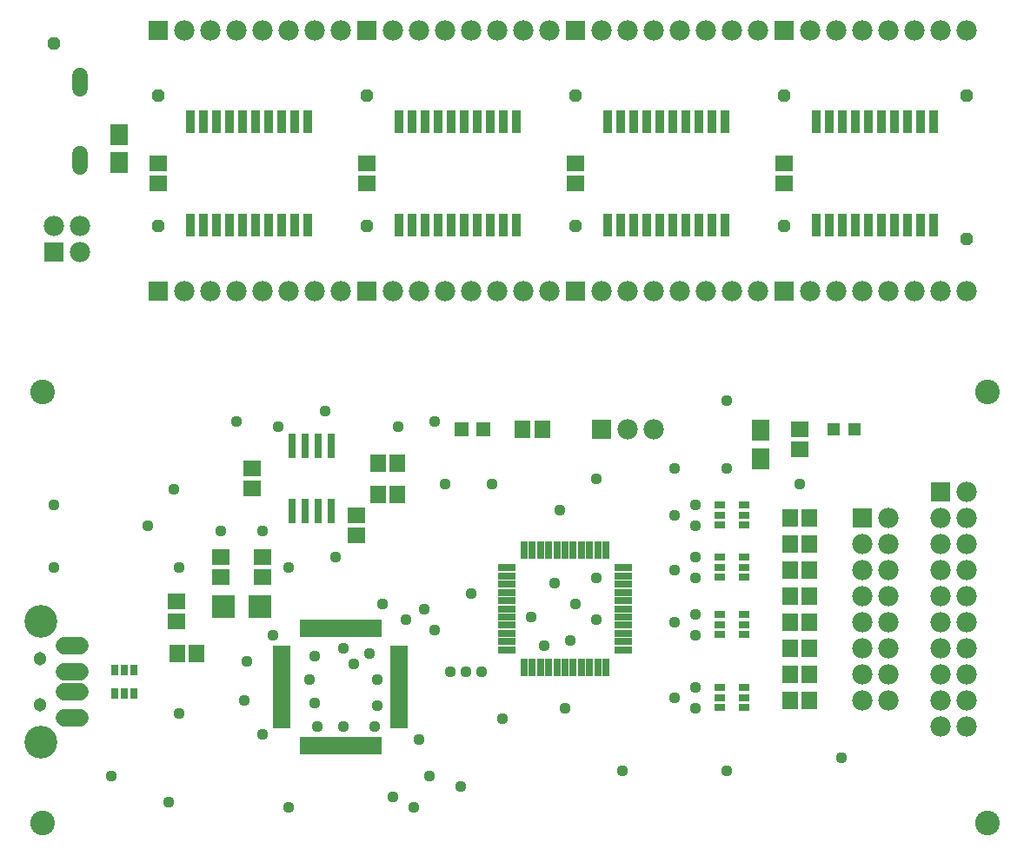
<source format=gts>
G75*
%MOIN*%
%OFA0B0*%
%FSLAX25Y25*%
%IPPOS*%
%LPD*%
%AMOC8*
5,1,8,0,0,1.08239X$1,22.5*
%
%ADD10R,0.06706X0.05918*%
%ADD11C,0.06737*%
%ADD12C,0.12611*%
%ADD13C,0.05131*%
%ADD14R,0.07800X0.07800*%
%ADD15C,0.07800*%
%ADD16R,0.05524X0.05524*%
%ADD17R,0.05918X0.06706*%
%ADD18R,0.02769X0.09461*%
%ADD19R,0.06600X0.01900*%
%ADD20R,0.01900X0.06600*%
%ADD21R,0.06706X0.02769*%
%ADD22R,0.02769X0.06706*%
%ADD23R,0.08674X0.08674*%
%ADD24R,0.06706X0.08477*%
%ADD25R,0.04737X0.04737*%
%ADD26R,0.03162X0.04343*%
%ADD27C,0.09461*%
%ADD28R,0.04343X0.03162*%
%ADD29R,0.03400X0.08800*%
%ADD30C,0.06000*%
%ADD31C,0.04369*%
%ADD32OC8,0.04762*%
D10*
X0123479Y0098260D03*
X0123479Y0105740D03*
X0140479Y0115260D03*
X0140479Y0122740D03*
X0156479Y0122740D03*
X0156479Y0115260D03*
X0192479Y0131260D03*
X0192479Y0138740D03*
X0152479Y0149260D03*
X0152479Y0156740D03*
X0116479Y0266260D03*
X0116479Y0273740D03*
X0196479Y0273740D03*
X0196479Y0266260D03*
X0276479Y0266260D03*
X0276479Y0273740D03*
X0356479Y0273740D03*
X0356479Y0266260D03*
X0362479Y0171740D03*
X0362479Y0164260D03*
D11*
X0086471Y0088780D02*
X0080534Y0088780D01*
X0080534Y0078937D02*
X0086471Y0078937D01*
X0086471Y0071063D02*
X0080534Y0071063D01*
X0080534Y0061220D02*
X0086471Y0061220D01*
D12*
X0071479Y0051969D03*
X0071479Y0098031D03*
D13*
X0071085Y0083858D03*
X0071085Y0066142D03*
D14*
X0116479Y0225000D03*
X0076479Y0240000D03*
X0116479Y0325000D03*
X0196479Y0325000D03*
X0276479Y0325000D03*
X0356479Y0325000D03*
X0356479Y0225000D03*
X0286479Y0172000D03*
X0276479Y0225000D03*
X0196479Y0225000D03*
X0386479Y0138000D03*
X0416479Y0148000D03*
D15*
X0426479Y0148000D03*
X0426479Y0138000D03*
X0426479Y0128000D03*
X0416479Y0128000D03*
X0416479Y0138000D03*
X0396479Y0138000D03*
X0396479Y0128000D03*
X0386479Y0128000D03*
X0386479Y0118000D03*
X0396479Y0118000D03*
X0396479Y0108000D03*
X0386479Y0108000D03*
X0386479Y0098000D03*
X0396479Y0098000D03*
X0396479Y0088000D03*
X0386479Y0088000D03*
X0386479Y0078000D03*
X0396479Y0078000D03*
X0396479Y0068000D03*
X0386479Y0068000D03*
X0416479Y0068000D03*
X0426479Y0068000D03*
X0426479Y0078000D03*
X0416479Y0078000D03*
X0416479Y0088000D03*
X0426479Y0088000D03*
X0426479Y0098000D03*
X0416479Y0098000D03*
X0416479Y0108000D03*
X0426479Y0108000D03*
X0426479Y0118000D03*
X0416479Y0118000D03*
X0416479Y0058000D03*
X0426479Y0058000D03*
X0306479Y0172000D03*
X0296479Y0172000D03*
X0296479Y0225000D03*
X0286479Y0225000D03*
X0306479Y0225000D03*
X0316479Y0225000D03*
X0326479Y0225000D03*
X0336479Y0225000D03*
X0346479Y0225000D03*
X0366479Y0225000D03*
X0376479Y0225000D03*
X0386479Y0225000D03*
X0396479Y0225000D03*
X0406479Y0225000D03*
X0416479Y0225000D03*
X0426479Y0225000D03*
X0426479Y0325000D03*
X0416479Y0325000D03*
X0406479Y0325000D03*
X0396479Y0325000D03*
X0386479Y0325000D03*
X0376479Y0325000D03*
X0366479Y0325000D03*
X0346479Y0325000D03*
X0336479Y0325000D03*
X0326479Y0325000D03*
X0316479Y0325000D03*
X0306479Y0325000D03*
X0296479Y0325000D03*
X0286479Y0325000D03*
X0266479Y0325000D03*
X0256479Y0325000D03*
X0246479Y0325000D03*
X0236479Y0325000D03*
X0226479Y0325000D03*
X0216479Y0325000D03*
X0206479Y0325000D03*
X0186479Y0325000D03*
X0176479Y0325000D03*
X0166479Y0325000D03*
X0156479Y0325000D03*
X0146479Y0325000D03*
X0136479Y0325000D03*
X0126479Y0325000D03*
X0086479Y0250000D03*
X0086479Y0240000D03*
X0076479Y0250000D03*
X0126479Y0225000D03*
X0136479Y0225000D03*
X0146479Y0225000D03*
X0156479Y0225000D03*
X0166479Y0225000D03*
X0176479Y0225000D03*
X0186479Y0225000D03*
X0206479Y0225000D03*
X0216479Y0225000D03*
X0226479Y0225000D03*
X0236479Y0225000D03*
X0246479Y0225000D03*
X0256479Y0225000D03*
X0266479Y0225000D03*
D16*
X0241113Y0172000D03*
X0232845Y0172000D03*
D17*
X0256239Y0172000D03*
X0263719Y0172000D03*
X0208219Y0159000D03*
X0200739Y0159000D03*
X0200739Y0147000D03*
X0208219Y0147000D03*
X0131219Y0086000D03*
X0123739Y0086000D03*
X0358739Y0088000D03*
X0366219Y0088000D03*
X0366219Y0098000D03*
X0358739Y0098000D03*
X0358739Y0108000D03*
X0366219Y0108000D03*
X0366219Y0118000D03*
X0358739Y0118000D03*
X0358739Y0128000D03*
X0366219Y0128000D03*
X0366219Y0138000D03*
X0358739Y0138000D03*
X0358739Y0078000D03*
X0366219Y0078000D03*
X0366219Y0068000D03*
X0358739Y0068000D03*
D18*
X0182939Y0140583D03*
X0177939Y0140583D03*
X0172939Y0140583D03*
X0167979Y0140583D03*
X0167979Y0165417D03*
X0172979Y0165417D03*
X0177979Y0165417D03*
X0182979Y0165417D03*
D19*
X0163979Y0087800D03*
X0163979Y0085800D03*
X0163979Y0083800D03*
X0163979Y0081900D03*
X0163979Y0079900D03*
X0163979Y0077900D03*
X0163979Y0076000D03*
X0163979Y0074000D03*
X0163979Y0072000D03*
X0163979Y0070000D03*
X0163979Y0068100D03*
X0163979Y0066100D03*
X0163979Y0064100D03*
X0163979Y0062200D03*
X0163979Y0060200D03*
X0163979Y0058200D03*
X0208979Y0058200D03*
X0208979Y0060200D03*
X0208979Y0062200D03*
X0208979Y0064100D03*
X0208979Y0066100D03*
X0208979Y0068100D03*
X0208979Y0070000D03*
X0208979Y0072000D03*
X0208979Y0074000D03*
X0208979Y0076000D03*
X0208979Y0077900D03*
X0208979Y0079900D03*
X0208979Y0081900D03*
X0208979Y0083800D03*
X0208979Y0085800D03*
X0208979Y0087800D03*
D20*
X0201279Y0095500D03*
X0199279Y0095500D03*
X0197279Y0095500D03*
X0195379Y0095500D03*
X0193379Y0095500D03*
X0191379Y0095500D03*
X0189479Y0095500D03*
X0187479Y0095500D03*
X0185479Y0095500D03*
X0183479Y0095500D03*
X0181579Y0095500D03*
X0179579Y0095500D03*
X0177579Y0095500D03*
X0175679Y0095500D03*
X0173679Y0095500D03*
X0171679Y0095500D03*
X0171679Y0050500D03*
X0173679Y0050500D03*
X0175679Y0050500D03*
X0177579Y0050500D03*
X0179579Y0050500D03*
X0181579Y0050500D03*
X0183479Y0050500D03*
X0185479Y0050500D03*
X0187479Y0050500D03*
X0189479Y0050500D03*
X0191379Y0050500D03*
X0193379Y0050500D03*
X0195379Y0050500D03*
X0197279Y0050500D03*
X0199279Y0050500D03*
X0201279Y0050500D03*
D21*
X0250038Y0087252D03*
X0250038Y0090402D03*
X0250038Y0093551D03*
X0250038Y0096701D03*
X0250038Y0099850D03*
X0250038Y0103000D03*
X0250038Y0106150D03*
X0250038Y0109299D03*
X0250038Y0112449D03*
X0250038Y0115598D03*
X0250038Y0118748D03*
X0294920Y0118748D03*
X0294920Y0115598D03*
X0294920Y0112449D03*
X0294920Y0109299D03*
X0294920Y0106150D03*
X0294920Y0103000D03*
X0294920Y0099850D03*
X0294920Y0096701D03*
X0294920Y0093551D03*
X0294920Y0090402D03*
X0294920Y0087252D03*
D22*
X0288227Y0080559D03*
X0285077Y0080559D03*
X0281928Y0080559D03*
X0278778Y0080559D03*
X0275628Y0080559D03*
X0272479Y0080559D03*
X0269329Y0080559D03*
X0266180Y0080559D03*
X0263030Y0080559D03*
X0259880Y0080559D03*
X0256731Y0080559D03*
X0256731Y0125441D03*
X0259880Y0125441D03*
X0263030Y0125441D03*
X0266180Y0125441D03*
X0269329Y0125441D03*
X0272479Y0125441D03*
X0275628Y0125441D03*
X0278778Y0125441D03*
X0281928Y0125441D03*
X0285077Y0125441D03*
X0288227Y0125441D03*
D23*
X0155565Y0104000D03*
X0141392Y0104000D03*
D24*
X0347479Y0160587D03*
X0347479Y0171413D03*
X0101479Y0274087D03*
X0101479Y0284913D03*
D25*
X0375542Y0172000D03*
X0383416Y0172000D03*
D26*
X0107219Y0079528D03*
X0103479Y0079528D03*
X0099739Y0079528D03*
X0099739Y0070472D03*
X0103479Y0070472D03*
X0107219Y0070472D03*
D27*
X0072227Y0020748D03*
X0072227Y0186102D03*
X0434431Y0186102D03*
X0434431Y0020748D03*
D28*
X0341006Y0065260D03*
X0341006Y0069000D03*
X0341006Y0072740D03*
X0331951Y0072740D03*
X0331951Y0069000D03*
X0331951Y0065260D03*
X0331951Y0093260D03*
X0331951Y0097000D03*
X0331951Y0100740D03*
X0341006Y0100740D03*
X0341006Y0097000D03*
X0341006Y0093260D03*
X0341006Y0115260D03*
X0341006Y0119000D03*
X0341006Y0122740D03*
X0331951Y0122740D03*
X0331951Y0119000D03*
X0331951Y0115260D03*
X0331951Y0135260D03*
X0331951Y0139000D03*
X0331951Y0142740D03*
X0341006Y0142740D03*
X0341006Y0139000D03*
X0341006Y0135260D03*
D29*
X0333979Y0250200D03*
X0328979Y0250200D03*
X0323979Y0250200D03*
X0318979Y0250200D03*
X0313979Y0250200D03*
X0308979Y0250200D03*
X0303979Y0250200D03*
X0298979Y0250200D03*
X0293979Y0250200D03*
X0288979Y0250200D03*
X0253979Y0250200D03*
X0248979Y0250200D03*
X0243979Y0250200D03*
X0238979Y0250200D03*
X0233979Y0250200D03*
X0228979Y0250200D03*
X0223979Y0250200D03*
X0218979Y0250200D03*
X0213979Y0250200D03*
X0208979Y0250200D03*
X0173979Y0250200D03*
X0168979Y0250200D03*
X0163979Y0250200D03*
X0158979Y0250200D03*
X0153979Y0250200D03*
X0148979Y0250200D03*
X0143979Y0250200D03*
X0138979Y0250200D03*
X0133979Y0250200D03*
X0128979Y0250200D03*
X0128979Y0289800D03*
X0133979Y0289800D03*
X0138979Y0289800D03*
X0143979Y0289800D03*
X0148979Y0289800D03*
X0153979Y0289800D03*
X0158979Y0289800D03*
X0163979Y0289800D03*
X0168979Y0289800D03*
X0173979Y0289800D03*
X0208979Y0289800D03*
X0213979Y0289800D03*
X0218979Y0289800D03*
X0223979Y0289800D03*
X0228979Y0289800D03*
X0233979Y0289800D03*
X0238979Y0289800D03*
X0243979Y0289800D03*
X0248979Y0289800D03*
X0253979Y0289800D03*
X0288979Y0289800D03*
X0293979Y0289800D03*
X0298979Y0289800D03*
X0303979Y0289800D03*
X0308979Y0289800D03*
X0313979Y0289800D03*
X0318979Y0289800D03*
X0323979Y0289800D03*
X0328979Y0289800D03*
X0333979Y0289800D03*
X0368979Y0289800D03*
X0373979Y0289800D03*
X0378979Y0289800D03*
X0383979Y0289800D03*
X0388979Y0289800D03*
X0393979Y0289800D03*
X0398979Y0289800D03*
X0403979Y0289800D03*
X0408979Y0289800D03*
X0413979Y0289800D03*
X0413979Y0250200D03*
X0408979Y0250200D03*
X0403979Y0250200D03*
X0398979Y0250200D03*
X0393979Y0250200D03*
X0388979Y0250200D03*
X0383979Y0250200D03*
X0378979Y0250200D03*
X0373979Y0250200D03*
X0368979Y0250200D03*
D30*
X0086479Y0272400D02*
X0086479Y0277600D01*
X0086479Y0302400D02*
X0086479Y0307600D01*
D31*
X0180479Y0179000D03*
X0162479Y0173000D03*
X0146479Y0175000D03*
X0122479Y0149000D03*
X0112479Y0135000D03*
X0124479Y0119000D03*
X0140479Y0133000D03*
X0156479Y0133000D03*
X0166479Y0119000D03*
X0184479Y0123000D03*
X0202479Y0105000D03*
X0211479Y0099000D03*
X0218479Y0103000D03*
X0222479Y0095000D03*
X0228479Y0079000D03*
X0234479Y0079000D03*
X0240479Y0079000D03*
X0248479Y0061000D03*
X0272479Y0065000D03*
X0264479Y0089000D03*
X0274479Y0091000D03*
X0284479Y0099000D03*
X0276479Y0105000D03*
X0268479Y0113000D03*
X0259479Y0100000D03*
X0236479Y0109000D03*
X0197479Y0086000D03*
X0191479Y0082000D03*
X0187479Y0088000D03*
X0176479Y0085000D03*
X0174479Y0076000D03*
X0176479Y0067000D03*
X0177479Y0058000D03*
X0187479Y0058000D03*
X0199479Y0058000D03*
X0200479Y0066000D03*
X0200479Y0076000D03*
X0216479Y0053000D03*
X0220479Y0039000D03*
X0232479Y0035000D03*
X0214479Y0027000D03*
X0206479Y0031000D03*
X0166479Y0027000D03*
X0156479Y0055000D03*
X0149479Y0068000D03*
X0150479Y0083000D03*
X0160479Y0093000D03*
X0124479Y0063000D03*
X0098479Y0039000D03*
X0120479Y0029000D03*
X0076479Y0119000D03*
X0076479Y0143000D03*
X0208479Y0173000D03*
X0222479Y0175000D03*
X0226479Y0151000D03*
X0244479Y0151000D03*
X0270479Y0141000D03*
X0284479Y0153000D03*
X0314479Y0157000D03*
X0334479Y0157000D03*
X0322479Y0143000D03*
X0314479Y0139000D03*
X0322479Y0135000D03*
X0322479Y0123000D03*
X0314479Y0118000D03*
X0322479Y0115000D03*
X0322479Y0101000D03*
X0314479Y0098000D03*
X0322479Y0093000D03*
X0322479Y0073000D03*
X0314479Y0069000D03*
X0322479Y0065000D03*
X0334479Y0041000D03*
X0294479Y0041000D03*
X0378479Y0046000D03*
X0284479Y0115000D03*
X0362479Y0151000D03*
X0334479Y0183000D03*
D32*
X0356479Y0250000D03*
X0356479Y0300000D03*
X0426479Y0300000D03*
X0426479Y0245000D03*
X0276479Y0250000D03*
X0276479Y0300000D03*
X0196479Y0300000D03*
X0196479Y0250000D03*
X0116479Y0250000D03*
X0116479Y0300000D03*
X0076479Y0320000D03*
M02*

</source>
